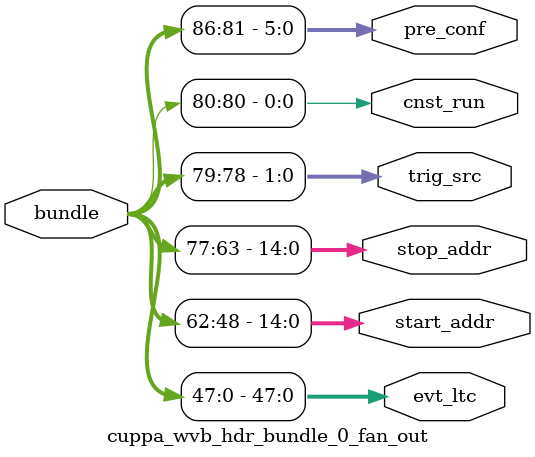
<source format=v>
module cuppa_wvb_hdr_bundle_0_fan_out
  (
   bundle,
   evt_ltc,
   start_addr,
   stop_addr,
   trig_src,
   cnst_run,
   pre_conf
  );

`include "cuppa_wvb_hdr_bundle_0_inc.v"

   input [86:0] bundle;
   output [47:0] evt_ltc;
   output [14:0] start_addr;
   output [14:0] stop_addr;
   output [1:0] trig_src;
   output [0:0] cnst_run;
   output [5:0] pre_conf;

assign evt_ltc = bundle[47:0];
assign start_addr = bundle[62:48];
assign stop_addr = bundle[77:63];
assign trig_src = bundle[79:78];
assign cnst_run = bundle[80:80];
assign pre_conf = bundle[86:81];

endmodule

</source>
